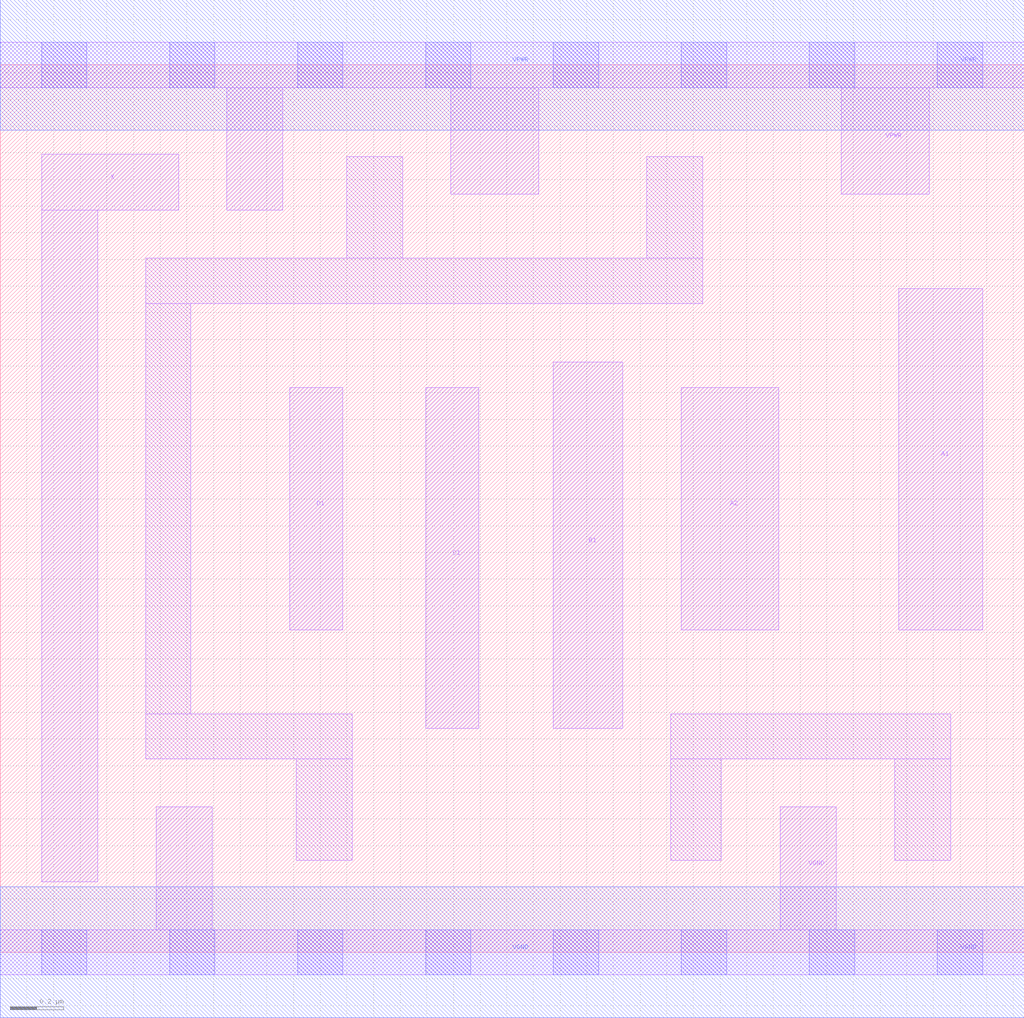
<source format=lef>
# Copyright 2020 The SkyWater PDK Authors
#
# Licensed under the Apache License, Version 2.0 (the "License");
# you may not use this file except in compliance with the License.
# You may obtain a copy of the License at
#
#     https://www.apache.org/licenses/LICENSE-2.0
#
# Unless required by applicable law or agreed to in writing, software
# distributed under the License is distributed on an "AS IS" BASIS,
# WITHOUT WARRANTIES OR CONDITIONS OF ANY KIND, either express or implied.
# See the License for the specific language governing permissions and
# limitations under the License.
#
# SPDX-License-Identifier: Apache-2.0

VERSION 5.7 ;
  NAMESCASESENSITIVE ON ;
  NOWIREEXTENSIONATPIN ON ;
  DIVIDERCHAR "/" ;
  BUSBITCHARS "[]" ;
UNITS
  DATABASE MICRONS 200 ;
END UNITS
MACRO sky130_fd_sc_lp__o2111a_m
  CLASS CORE ;
  SOURCE USER ;
  FOREIGN sky130_fd_sc_lp__o2111a_m ;
  ORIGIN  0.000000  0.000000 ;
  SIZE  3.840000 BY  3.330000 ;
  SYMMETRY X Y R90 ;
  SITE unit ;
  PIN A1
    ANTENNAGATEAREA  0.126000 ;
    DIRECTION INPUT ;
    USE SIGNAL ;
    PORT
      LAYER li1 ;
        RECT 3.370000 1.210000 3.685000 2.490000 ;
    END
  END A1
  PIN A2
    ANTENNAGATEAREA  0.126000 ;
    DIRECTION INPUT ;
    USE SIGNAL ;
    PORT
      LAYER li1 ;
        RECT 2.555000 1.210000 2.920000 2.120000 ;
    END
  END A2
  PIN B1
    ANTENNAGATEAREA  0.126000 ;
    DIRECTION INPUT ;
    USE SIGNAL ;
    PORT
      LAYER li1 ;
        RECT 2.075000 0.840000 2.335000 2.215000 ;
    END
  END B1
  PIN C1
    ANTENNAGATEAREA  0.126000 ;
    DIRECTION INPUT ;
    USE SIGNAL ;
    PORT
      LAYER li1 ;
        RECT 1.595000 0.840000 1.795000 2.120000 ;
    END
  END C1
  PIN D1
    ANTENNAGATEAREA  0.126000 ;
    DIRECTION INPUT ;
    USE SIGNAL ;
    PORT
      LAYER li1 ;
        RECT 1.085000 1.210000 1.285000 2.120000 ;
    END
  END D1
  PIN X
    ANTENNADIFFAREA  0.222600 ;
    DIRECTION OUTPUT ;
    USE SIGNAL ;
    PORT
      LAYER li1 ;
        RECT 0.155000 0.265000 0.365000 2.785000 ;
        RECT 0.155000 2.785000 0.670000 2.995000 ;
    END
  END X
  PIN VGND
    DIRECTION INOUT ;
    USE GROUND ;
    PORT
      LAYER li1 ;
        RECT 0.000000 -0.085000 3.840000 0.085000 ;
        RECT 0.585000  0.085000 0.795000 0.545000 ;
        RECT 2.925000  0.085000 3.135000 0.545000 ;
      LAYER mcon ;
        RECT 0.155000 -0.085000 0.325000 0.085000 ;
        RECT 0.635000 -0.085000 0.805000 0.085000 ;
        RECT 1.115000 -0.085000 1.285000 0.085000 ;
        RECT 1.595000 -0.085000 1.765000 0.085000 ;
        RECT 2.075000 -0.085000 2.245000 0.085000 ;
        RECT 2.555000 -0.085000 2.725000 0.085000 ;
        RECT 3.035000 -0.085000 3.205000 0.085000 ;
        RECT 3.515000 -0.085000 3.685000 0.085000 ;
      LAYER met1 ;
        RECT 0.000000 -0.245000 3.840000 0.245000 ;
    END
  END VGND
  PIN VPWR
    DIRECTION INOUT ;
    USE POWER ;
    PORT
      LAYER li1 ;
        RECT 0.000000 3.245000 3.840000 3.415000 ;
        RECT 0.850000 2.785000 1.060000 3.245000 ;
        RECT 1.690000 2.845000 2.020000 3.245000 ;
        RECT 3.155000 2.845000 3.485000 3.245000 ;
      LAYER mcon ;
        RECT 0.155000 3.245000 0.325000 3.415000 ;
        RECT 0.635000 3.245000 0.805000 3.415000 ;
        RECT 1.115000 3.245000 1.285000 3.415000 ;
        RECT 1.595000 3.245000 1.765000 3.415000 ;
        RECT 2.075000 3.245000 2.245000 3.415000 ;
        RECT 2.555000 3.245000 2.725000 3.415000 ;
        RECT 3.035000 3.245000 3.205000 3.415000 ;
        RECT 3.515000 3.245000 3.685000 3.415000 ;
      LAYER met1 ;
        RECT 0.000000 3.085000 3.840000 3.575000 ;
    END
  END VPWR
  OBS
    LAYER li1 ;
      RECT 0.545000 0.725000 1.320000 0.895000 ;
      RECT 0.545000 0.895000 0.715000 2.435000 ;
      RECT 0.545000 2.435000 2.635000 2.605000 ;
      RECT 1.110000 0.345000 1.320000 0.725000 ;
      RECT 1.300000 2.605000 1.510000 2.985000 ;
      RECT 2.425000 2.605000 2.635000 2.985000 ;
      RECT 2.515000 0.345000 2.705000 0.725000 ;
      RECT 2.515000 0.725000 3.565000 0.895000 ;
      RECT 3.355000 0.345000 3.565000 0.725000 ;
  END
END sky130_fd_sc_lp__o2111a_m

</source>
